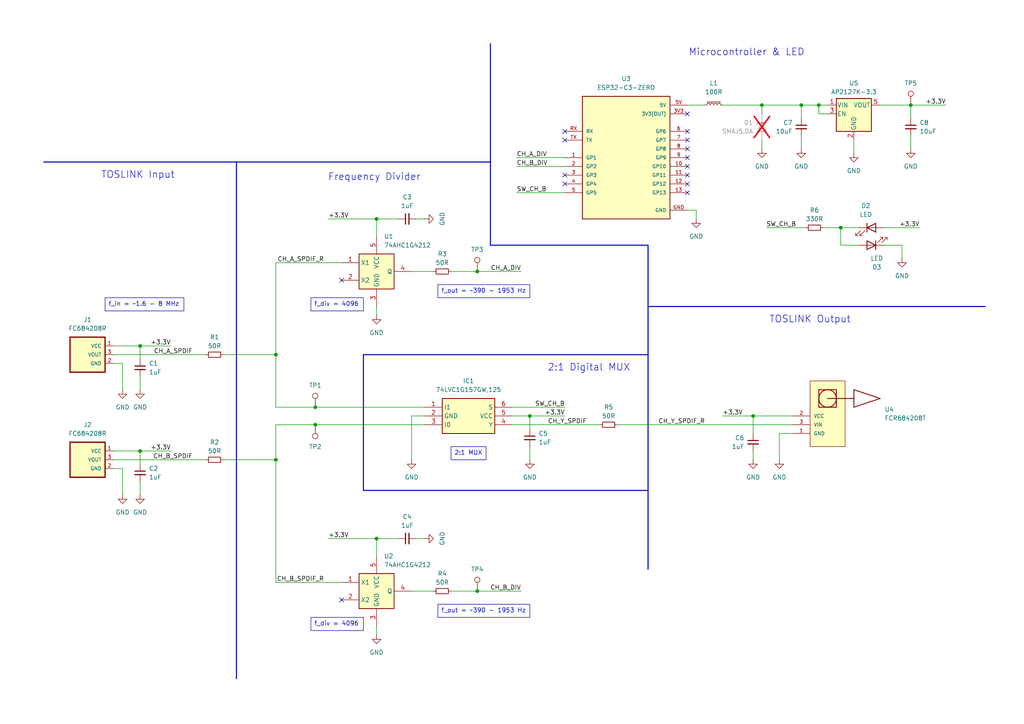
<source format=kicad_sch>
(kicad_sch (version 20250114) (generator "eeschema") (generator_version "9.0")
  (paper "A4")
  (title_block (title "ESP32 TOSLINK 2:1 Auto Switcher") (date "2025-12-28") (rev "1") (comment 4 "github.com/uELKO"))
  (lib_symbols
    (symbol "74LVC1G157GW_125:74LVC1G157GW,125"
      (property "Reference" "IC" (at 21.59 7.62 0))
      (property "Value" "74LVC1G157GW,125" (at 21.59 5.08 0))
      (symbol "74LVC1G157GW,125_1_1"
        (rectangle (start 5.08 2.54) (end 20.32 -7.62) (stroke (width 0.254)) (fill (type background)))
        (pin passive line (at 0 0 0) (length 5.08) (name "I1") (number "1"))
        (pin passive line (at 0 -2.54 0) (length 5.08) (name "GND") (number "2"))
        (pin passive line (at 0 -5.08 0) (length 5.08) (name "I0") (number "3"))
        (pin passive line (at 25.4 0 180) (length 5.08) (name "S") (number "6"))
        (pin passive line (at 25.4 -2.54 180) (length 5.08) (name "VCC") (number "5"))
        (pin passive line (at 25.4 -5.08 180) (length 5.08) (name "Y") (number "4"))
      )
    )
    (symbol "74xGxx:74AHC1G4210"
      (property "Reference" "U" (at -3.81 6.35 0))
      (property "Value" "74AHC1G4210" (at 7.62 6.35 0))
      (symbol "74AHC1G4210_0_1"
        (rectangle (start -5.08 5.08) (end 5.08 -5.08) (stroke (width 0.254)) (fill (type background)))
      )
      (symbol "74AHC1G4210_1_1"
        (pin input line (at -10.16 2.54 0) (length 5.08) (name "X1") (number "1"))
        (pin input line (at -10.16 -2.54 0) (length 5.08) (name "X2") (number "2"))
        (pin power_in line (at 0 10.16 270) (length 5.08) (name "VCC") (number "5"))
        (pin power_in line (at 0 -10.16 90) (length 5.08) (name "GND") (number "3"))
        (pin output line (at 10.16 0 180) (length 5.08) (name "Q") (number "4"))
      )
    )
    (symbol "Connector:TestPoint" (pin_numbers (hide yes)) (pin_names (offset 0.762) (hide yes))
      (property "Reference" "TP" (at 0 6.858 0))
      (property "Value" "TestPoint" (at 0 5.08 0))
      (symbol "TestPoint_0_1"
        (circle (center 0 3.302) (radius 0.762))
      )
      (symbol "TestPoint_1_1"
        (pin passive line (at 0 0 90) (length 2.54) (name "1") (number "1"))
      )
    )
    (symbol "Device:C_Small" (pin_numbers (hide yes)) (pin_names (offset 0.254) (hide yes))
      (property "Reference" "C" (at 0.254 1.778 0))
      (property "Value" "C_Small" (at 0.254 -2.032 0))
      (symbol "C_Small_0_1"
        (polyline (pts (xy -1.524 0.508) (xy 1.524 0.508)) (stroke (width 0.3048)))
        (polyline (pts (xy -1.524 -0.508) (xy 1.524 -0.508)) (stroke (width 0.3302)))
      )
      (symbol "C_Small_1_1"
        (pin passive line (at 0 2.54 270) (length 2.032) (name "~") (number "1"))
        (pin passive line (at 0 -2.54 90) (length 2.032) (name "~") (number "2"))
      )
    )
    (symbol "Device:LED" (pin_numbers (hide yes)) (pin_names (offset 1.016) (hide yes))
      (property "Reference" "D" (at 0 2.54 0))
      (property "Value" "LED" (at 0 -2.54 0))
      (symbol "LED_0_1"
        (polyline (pts (xy -3.048 -0.762) (xy -4.572 -2.286) (xy -3.81 -2.286) (xy -4.572 -2.286) (xy -4.572 -1.524)))
        (polyline (pts (xy -1.778 -0.762) (xy -3.302 -2.286) (xy -2.54 -2.286) (xy -3.302 -2.286) (xy -3.302 -1.524)))
        (polyline (pts (xy -1.27 0) (xy 1.27 0)))
        (polyline (pts (xy -1.27 -1.27) (xy -1.27 1.27)) (stroke (width 0.254)))
        (polyline (pts (xy 1.27 -1.27) (xy 1.27 1.27) (xy -1.27 0) (xy 1.27 -1.27)) (stroke (width 0.254)))
      )
      (symbol "LED_1_1"
        (pin passive line (at -3.81 0 0) (length 2.54) (name "K") (number "1"))
        (pin passive line (at 3.81 0 180) (length 2.54) (name "A") (number "2"))
      )
    )
    (symbol "Device:L_Ferrite_Small" (pin_numbers (hide yes)) (pin_names (offset 0.254) (hide yes))
      (property "Reference" "L" (at 1.27 1.016 0))
      (property "Value" "L_Ferrite_Small" (at 1.27 -1.27 0))
      (symbol "L_Ferrite_Small_0_1"
        (arc (start 0 2.032) (mid 0.5058 1.524) (end 0 1.016))
        (arc (start 0 1.016) (mid 0.5058 0.508) (end 0 0))
        (arc (start 0 0) (mid 0.5058 -0.508) (end 0 -1.016))
        (arc (start 0 -1.016) (mid 0.5058 -1.524) (end 0 -2.032))
        (polyline (pts (xy 0.762 1.651) (xy 0.762 1.905)))
        (polyline (pts (xy 0.762 1.143) (xy 0.762 1.397)))
        (polyline (pts (xy 0.762 0.635) (xy 0.762 0.889)))
        (polyline (pts (xy 0.762 0.127) (xy 0.762 0.381)))
        (polyline (pts (xy 0.762 -0.381) (xy 0.762 -0.127)))
        (polyline (pts (xy 0.762 -0.889) (xy 0.762 -0.635)))
        (polyline (pts (xy 0.762 -1.397) (xy 0.762 -1.143)))
        (polyline (pts (xy 0.762 -1.905) (xy 0.762 -1.651)))
        (polyline (pts (xy 1.016 1.905) (xy 1.016 1.651)))
        (polyline (pts (xy 1.016 1.397) (xy 1.016 1.143)))
        (polyline (pts (xy 1.016 0.889) (xy 1.016 0.635)))
        (polyline (pts (xy 1.016 0.381) (xy 1.016 0.127)))
        (polyline (pts (xy 1.016 -0.127) (xy 1.016 -0.381)))
        (polyline (pts (xy 1.016 -0.635) (xy 1.016 -0.889)))
        (polyline (pts (xy 1.016 -1.143) (xy 1.016 -1.397)))
        (polyline (pts (xy 1.016 -1.651) (xy 1.016 -1.905)))
      )
      (symbol "L_Ferrite_Small_1_1"
        (pin passive line (at 0 2.54 270) (length 0.508) (name "~") (number "1"))
        (pin passive line (at 0 -2.54 90) (length 0.508) (name "~") (number "2"))
      )
    )
    (symbol "Device:R_Small" (pin_numbers (hide yes)) (pin_names (offset 0.254) (hide yes))
      (property "Reference" "R" (at 0 0 90))
      (property "Value" "R_Small" (at 1.778 0 90))
      (symbol "R_Small_0_1"
        (rectangle (start -0.762 1.778) (end 0.762 -1.778) (stroke (width 0.2032)))
      )
      (symbol "R_Small_1_1"
        (pin passive line (at 0 2.54 270) (length 0.762) (name "~") (number "1"))
        (pin passive line (at 0 -2.54 90) (length 0.762) (name "~") (number "2"))
      )
    )
    (symbol "Diode:SMAJ5.0A" (pin_numbers (hide yes)) (pin_names (offset 1.016) (hide yes))
      (property "Reference" "D" (at 0 2.54 0))
      (property "Value" "SMAJ5.0A" (at 0 -2.54 0))
      (symbol "SMAJ5.0A_0_1"
        (polyline (pts (xy -0.762 1.27) (xy -1.27 1.27) (xy -1.27 -1.27)) (stroke (width 0.254)))
        (polyline (pts (xy 1.27 1.27) (xy 1.27 -1.27) (xy -1.27 0) (xy 1.27 1.27)) (stroke (width 0.254)))
      )
      (symbol "SMAJ5.0A_1_1"
        (pin passive line (at -3.81 0 0) (length 2.54) (name "A1") (number "1"))
        (pin passive line (at 3.81 0 180) (length 2.54) (name "A2") (number "2"))
      )
    )
    (symbol "ESP32-S3-ZERO:ESP32-C3-ZERO" (pin_names (offset 1.016))
      (property "Reference" "U" (at -12.7 18.542 0))
      (property "Value" "ESP32-C3-ZERO" (at -12.7 -20.32 0))
      (symbol "ESP32-C3-ZERO_0_0"
        (rectangle (start -12.7 -17.78) (end 12.7 17.78) (stroke (width 0.254)) (fill (type background)))
        (pin input line (at -17.78 7.62 0) (length 5.08) (name "RX") (number "RX"))
        (pin output line (at -17.78 5.08 0) (length 5.08) (name "TX") (number "TX"))
        (pin bidirectional line (at -17.78 0 0) (length 5.08) (name "GP1") (number "1"))
        (pin bidirectional line (at -17.78 -2.54 0) (length 5.08) (name "GP2") (number "2"))
        (pin bidirectional line (at -17.78 -5.08 0) (length 5.08) (name "GP3") (number "3"))
        (pin bidirectional line (at -17.78 -7.62 0) (length 5.08) (name "GP4") (number "4"))
        (pin bidirectional line (at -17.78 -10.16 0) (length 5.08) (name "GP5") (number "5"))
        (pin power_in line (at 17.78 15.24 180) (length 5.08) (name "5V") (number "5V"))
        (pin power_in line (at 17.78 12.7 180) (length 5.08) (name "3V3(OUT)") (number "3V3"))
        (pin bidirectional line (at 17.78 7.62 180) (length 5.08) (name "GP6") (number "6"))
        (pin bidirectional line (at 17.78 5.08 180) (length 5.08) (name "GP7") (number "7"))
        (pin bidirectional line (at 17.78 2.54 180) (length 5.08) (name "GP8") (number "8"))
        (pin bidirectional line (at 17.78 0 180) (length 5.08) (name "GP9") (number "9"))
        (pin bidirectional line (at 17.78 -2.54 180) (length 5.08) (name "GP10") (number "10"))
        (pin bidirectional line (at 17.78 -5.08 180) (length 5.08) (name "GP11") (number "11"))
        (pin bidirectional line (at 17.78 -7.62 180) (length 5.08) (name "GP12") (number "12"))
        (pin bidirectional line (at 17.78 -10.16 180) (length 5.08) (name "GP13") (number "13"))
        (pin power_in line (at 17.78 -15.24 180) (length 5.08) (name "GND") (number "GND"))
      )
    )
    (symbol "FC684208R:FC684208R" (pin_names (offset 1.016))
      (property "Reference" "J" (at -5.08 5.842 0))
      (property "Value" "FC684208R" (at -5.08 -7.62 0))
      (symbol "FC684208R_0_0"
        (rectangle (start -5.08 -5.08) (end 5.08 5.08) (stroke (width 0.4064)) (fill (type background)))
        (pin power_in line (at 7.62 2.54 180) (length 2.54) (name "VCC") (number "1"))
        (pin output line (at 7.62 0 180) (length 2.54) (name "VOUT") (number "3"))
        (pin power_in line (at 7.62 -2.54 180) (length 2.54) (name "GND") (number "2"))
      )
    )
    (symbol "FCR684208T:FCR684208T" (pin_names (offset 1.016))
      (property "Reference" "U" (at 0 -15.24 0))
      (property "Value" "FCR684208T" (at 0 0 0))
      (symbol "FCR684208T_0_0"
        (polyline (pts (xy -2.54 2.54) (xy 2.54 2.54)) (stroke (width 0.254)))
        (polyline (pts (xy -2.54 -2.54) (xy -2.54 2.54)) (stroke (width 0.254)))
        (polyline (pts (xy 0 0) (xy 7.62 0)) (stroke (width 0.254)))
        (circle (center 0 0) (radius 2.54) (stroke (width 0.254)))
        (polyline (pts (xy 2.54 2.54) (xy 2.54 -2.54)) (stroke (width 0.254)))
        (polyline (pts (xy 2.54 -2.54) (xy -2.54 -2.54)) (stroke (width 0.254)))
        (polyline (pts (xy 7.62 2.54) (xy 15.24 0)) (stroke (width 0.254)))
        (polyline (pts (xy 7.62 0) (xy 7.62 2.54)) (stroke (width 0.254)))
        (polyline (pts (xy 7.62 -2.54) (xy 7.62 0)) (stroke (width 0.254)))
        (polyline (pts (xy 15.24 0) (xy 7.62 -2.54)) (stroke (width 0.254)))
        (pin bidirectional line (at -10.16 -5.08 0) (length 5.08) (name "VCC") (number "2"))
        (pin bidirectional line (at -10.16 -7.62 0) (length 5.08) (name "VIN") (number "3"))
        (pin bidirectional line (at -10.16 -10.16 0) (length 5.08) (name "GND") (number "1"))
        (pin bidirectional line (at -10.16 -10.16 0) (length 5.08) (hide yes) (name "GND") (number "MP1"))
        (pin bidirectional line (at -10.16 -10.16 0) (length 5.08) (hide yes) (name "GND") (number "MP2"))
      )
      (symbol "FCR684208T_1_0"
        (rectangle (start -5.08 5.08) (end 5.08 -13.97) (fill (type background)))
      )
    )
    (symbol "Regulator_Linear:AP2127K-3.3" (pin_names (offset 0.254))
      (property "Reference" "U" (at -5.08 5.715 0))
      (property "Value" "AP2127K-3.3" (at 0 5.715 0))
      (symbol "AP2127K-3.3_0_1"
        (rectangle (start -5.08 4.445) (end 5.08 -5.08) (stroke (width 0.254)) (fill (type background)))
      )
      (symbol "AP2127K-3.3_1_1"
        (pin power_in line (at -7.62 2.54 0) (length 2.54) (name "VIN") (number "1"))
        (pin input line (at -7.62 0 0) (length 2.54) (name "EN") (number "3"))
        (pin power_in line (at 0 -7.62 90) (length 2.54) (name "GND") (number "2"))
        (pin no_connect line (at 5.08 0 180) (length 2.54) (hide yes) (name "NC") (number "4"))
        (pin power_out line (at 7.62 2.54 180) (length 2.54) (name "VOUT") (number "5"))
      )
    )
    (symbol "power:GND" (power) (pin_numbers (hide yes)) (pin_names (offset 0) (hide yes))
      (property "Value" "GND" (at 0 -3.81 0))
      (symbol "GND_0_1"
        (polyline (pts (xy 0 0) (xy 0 -1.27) (xy 1.27 -1.27) (xy 0 -2.54) (xy -1.27 -1.27) (xy 0 -1.27)))
      )
      (symbol "GND_1_1"
        (pin power_in line (at 0 0 270) (length 0) (name "~") (number "1"))
      )
    )
  )
  (text "2:1 Digital MUX" (at 170.815 106.68 0) (effects (font (size 2 2))))
  (text "Frequency Divider" (at 108.585 51.435 0) (effects (font (size 2 2))))
  (text "TOSLINK Output" (at 234.95 92.71 0) (effects (font (size 2 2))))
  (text "Microcontroller & LED" (at 216.535 15.24 0) (effects (font (size 2 2))))
  (text "TOSLINK Input" (at 40.005 50.8 0) (effects (font (size 2 2))))
  (text_box "f_div = 4096" (at 90.17 179.07 0) (size 15.24 3.81) (margins 0.9525 0.9525 0.9525 0.9525) (effects (font (size 1.27 1.27)) (justify left top)))
  (text_box "f_out = ~390 - 1953 Hz" (at 127 175.26 0) (size 26.67 3.81) (margins 0.9525 0.9525 0.9525 0.9525) (effects (font (size 1.27 1.27)) (justify left top)))
  (text_box "f_div = 4096" (at 90.17 86.36 0) (size 15.24 3.81) (margins 0.9525 0.9525 0.9525 0.9525) (effects (font (size 1.27 1.27)) (justify left top)))
  (text_box "2:1 MUX" (at 130.81 129.54 0) (size 10.16 3.81) (margins 0.9525 0.9525 0.9525 0.9525) (effects (font (size 1.27 1.27)) (justify left top)))
  (text_box "f_out = ~390 - 1953 Hz" (at 127 82.55 0) (size 26.67 3.81) (margins 0.9525 0.9525 0.9525 0.9525) (effects (font (size 1.27 1.27)) (justify left top)))
  (text_box "f_in = ~1.6 - 8 MHz" (at 30.48 86.36 0) (size 22.86 3.81) (margins 0.9525 0.9525 0.9525 0.9525) (effects (font (size 1.27 1.27)) (justify left top)))
  (junction (at 220.98 30.48))
  (junction (at 138.43 171.45))
  (junction (at 243.84 66.04))
  (junction (at 80.01 102.87))
  (junction (at 218.44 120.65))
  (junction (at 232.41 30.48))
  (junction (at 91.44 123.19))
  (junction (at 40.64 130.81))
  (junction (at 109.22 156.21))
  (junction (at 264.16 30.48))
  (junction (at 40.64 100.33))
  (junction (at 109.22 63.5))
  (junction (at 80.01 133.35))
  (junction (at 153.67 120.65))
  (junction (at 138.43 78.74))
  (junction (at 91.44 118.11))
  (junction (at 237.49 30.48))
  (no_connect (at 199.39 53.34))
  (no_connect (at 99.06 81.28))
  (no_connect (at 163.83 38.1))
  (no_connect (at 199.39 45.72))
  (no_connect (at 199.39 38.1))
  (no_connect (at 199.39 50.8))
  (no_connect (at 199.39 55.88))
  (no_connect (at 163.83 50.8))
  (no_connect (at 163.83 53.34))
  (no_connect (at 99.06 173.99))
  (no_connect (at 199.39 43.18))
  (no_connect (at 199.39 33.02))
  (no_connect (at 163.83 40.64))
  (no_connect (at 199.39 48.26))
  (no_connect (at 199.39 40.64))
  (wire (pts (xy 261.62 71.12) (xy 261.62 74.93)))
  (wire (pts (xy 238.76 66.04) (xy 243.84 66.04)))
  (wire (pts (xy 149.86 48.26) (xy 163.83 48.26)))
  (wire (pts (xy 218.44 120.65) (xy 218.44 125.73)))
  (wire (pts (xy 91.44 123.19) (xy 123.19 123.19)))
  (wire (pts (xy 264.16 30.48) (xy 274.32 30.48)))
  (wire (pts (xy 261.62 71.12) (xy 256.54 71.12)))
  (wire (pts (xy 148.59 120.65) (xy 153.67 120.65)))
  (wire (pts (xy 247.65 40.64) (xy 247.65 44.45)))
  (wire (pts (xy 153.67 129.54) (xy 153.67 133.35)))
  (wire (pts (xy 109.22 156.21) (xy 115.57 156.21)))
  (wire (pts (xy 163.83 55.88) (xy 149.86 55.88)))
  (wire (pts (xy 119.38 133.35) (xy 119.38 120.65)))
  (wire (pts (xy 264.16 39.37) (xy 264.16 43.18)))
  (wire (pts (xy 209.55 30.48) (xy 220.98 30.48)))
  (wire (pts (xy 199.39 60.96) (xy 201.93 60.96)))
  (wire (pts (xy 40.64 109.22) (xy 40.64 113.03)))
  (wire (pts (xy 80.01 123.19) (xy 80.01 133.35)))
  (wire (pts (xy 226.06 133.35) (xy 226.06 125.73)))
  (wire (pts (xy 237.49 33.02) (xy 240.03 33.02)))
  (wire (pts (xy 153.67 120.65) (xy 163.83 120.65)))
  (wire (pts (xy 130.81 78.74) (xy 138.43 78.74)))
  (wire (pts (xy 33.02 100.33) (xy 40.64 100.33)))
  (wire (pts (xy 218.44 130.81) (xy 218.44 133.35)))
  (wire (pts (xy 232.41 30.48) (xy 232.41 34.29)))
  (polyline (pts (xy 187.96 71.12) (xy 187.96 88.9)) (stroke (width 0.3) (type solid)))
  (polyline (pts (xy 142.24 12.7) (xy 142.24 71.12)) (stroke (width 0.3) (type solid)))
  (wire (pts (xy 80.01 118.11) (xy 80.01 102.87)))
  (wire (pts (xy 226.06 125.73) (xy 229.87 125.73)))
  (polyline (pts (xy 142.24 71.12) (xy 187.96 71.12)) (stroke (width 0.3) (type solid)))
  (wire (pts (xy 40.64 139.7) (xy 40.64 143.51)))
  (wire (pts (xy 35.56 105.41) (xy 35.56 113.03)))
  (wire (pts (xy 80.01 118.11) (xy 91.44 118.11)))
  (wire (pts (xy 40.64 100.33) (xy 49.53 100.33)))
  (wire (pts (xy 148.59 123.19) (xy 173.99 123.19)))
  (wire (pts (xy 109.22 156.21) (xy 109.22 161.29)))
  (wire (pts (xy 256.54 66.04) (xy 266.7 66.04)))
  (wire (pts (xy 179.07 123.19) (xy 229.87 123.19)))
  (wire (pts (xy 120.65 63.5) (xy 123.19 63.5)))
  (wire (pts (xy 201.93 63.5) (xy 201.93 60.96)))
  (wire (pts (xy 237.49 33.02) (xy 237.49 30.48)))
  (wire (pts (xy 109.22 63.5) (xy 109.22 68.58)))
  (wire (pts (xy 120.65 156.21) (xy 123.19 156.21)))
  (wire (pts (xy 109.22 63.5) (xy 95.25 63.5)))
  (wire (pts (xy 64.77 133.35) (xy 80.01 133.35)))
  (wire (pts (xy 248.92 66.04) (xy 243.84 66.04)))
  (wire (pts (xy 119.38 78.74) (xy 125.73 78.74)))
  (wire (pts (xy 119.38 120.65) (xy 123.19 120.65)))
  (wire (pts (xy 125.73 171.45) (xy 119.38 171.45)))
  (wire (pts (xy 220.98 40.64) (xy 220.98 43.18)))
  (wire (pts (xy 109.22 156.21) (xy 95.25 156.21)))
  (wire (pts (xy 40.64 130.81) (xy 49.53 130.81)))
  (polyline (pts (xy 68.58 46.99) (xy 142.24 46.99)) (stroke (width 0.3) (type solid)))
  (wire (pts (xy 148.59 118.11) (xy 163.83 118.11)))
  (wire (pts (xy 64.77 102.87) (xy 80.01 102.87)))
  (wire (pts (xy 237.49 30.48) (xy 240.03 30.48)))
  (wire (pts (xy 109.22 63.5) (xy 115.57 63.5)))
  (polyline (pts (xy 105.41 102.87) (xy 187.96 102.87)) (stroke (width 0.3) (type solid)))
  (polyline (pts (xy 68.58 46.99) (xy 68.58 196.85)) (stroke (width 0.3) (type solid)))
  (wire (pts (xy 153.67 120.65) (xy 153.67 124.46)))
  (wire (pts (xy 264.16 30.48) (xy 264.16 34.29)))
  (wire (pts (xy 40.64 130.81) (xy 40.64 134.62)))
  (wire (pts (xy 138.43 78.74) (xy 151.13 78.74)))
  (wire (pts (xy 80.01 168.91) (xy 99.06 168.91)))
  (polyline (pts (xy 12.7 46.99) (xy 68.58 46.99)) (stroke (width 0.3) (type solid)))
  (wire (pts (xy 220.98 30.48) (xy 232.41 30.48)))
  (wire (pts (xy 80.01 168.91) (xy 80.01 133.35)))
  (wire (pts (xy 209.55 120.65) (xy 218.44 120.65)))
  (wire (pts (xy 91.44 118.11) (xy 123.19 118.11)))
  (wire (pts (xy 80.01 123.19) (xy 91.44 123.19)))
  (polyline (pts (xy 105.41 142.24) (xy 105.41 102.87)) (stroke (width 0.3) (type solid)))
  (wire (pts (xy 33.02 130.81) (xy 40.64 130.81)))
  (wire (pts (xy 255.27 30.48) (xy 264.16 30.48)))
  (wire (pts (xy 40.64 100.33) (xy 40.64 104.14)))
  (polyline (pts (xy 187.96 88.9) (xy 285.75 88.9)) (stroke (width 0.3) (type solid)))
  (wire (pts (xy 222.25 66.04) (xy 233.68 66.04)))
  (wire (pts (xy 33.02 133.35) (xy 59.69 133.35)))
  (wire (pts (xy 80.01 76.2) (xy 80.01 102.87)))
  (wire (pts (xy 218.44 120.65) (xy 229.87 120.65)))
  (wire (pts (xy 243.84 66.04) (xy 243.84 71.12)))
  (wire (pts (xy 35.56 105.41) (xy 33.02 105.41)))
  (wire (pts (xy 109.22 184.15) (xy 109.22 181.61)))
  (wire (pts (xy 220.98 30.48) (xy 220.98 33.02)))
  (wire (pts (xy 80.01 76.2) (xy 99.06 76.2)))
  (wire (pts (xy 149.86 45.72) (xy 163.83 45.72)))
  (wire (pts (xy 138.43 171.45) (xy 151.13 171.45)))
  (wire (pts (xy 243.84 71.12) (xy 248.92 71.12)))
  (wire (pts (xy 35.56 143.51) (xy 35.56 135.89)))
  (wire (pts (xy 199.39 30.48) (xy 204.47 30.48)))
  (wire (pts (xy 232.41 39.37) (xy 232.41 43.18)))
  (wire (pts (xy 35.56 135.89) (xy 33.02 135.89)))
  (wire (pts (xy 130.81 171.45) (xy 138.43 171.45)))
  (wire (pts (xy 33.02 102.87) (xy 59.69 102.87)))
  (wire (pts (xy 109.22 91.44) (xy 109.22 88.9)))
  (polyline (pts (xy 187.96 142.24) (xy 105.41 142.24)) (stroke (width 0.3) (type solid)))
  (polyline (pts (xy 187.96 88.9) (xy 187.96 165.1)) (stroke (width 0.3) (type solid)))
  (wire (pts (xy 232.41 30.48) (xy 237.49 30.48)))
  (label "CH_Y_SPDIF" (at 170.18 123.19 180))
  (label "CH_B_DIV" (at 149.86 48.26 0))
  (label "+3.3V" (at 266.7 66.04 180))
  (label "CH_B_SPDIF" (at 55.88 133.35 180))
  (label "CH_Y_SPDIF_R" (at 204.47 123.19 180))
  (label "SW_CH_B" (at 149.86 55.88 0))
  (label "+3.3V" (at 274.32 30.48 180))
  (label "CH_A_DIV" (at 151.13 78.74 180))
  (label "CH_B_DIV" (at 151.13 171.45 180))
  (label "+3.3V" (at 95.25 63.5 0))
  (label "+3.3V" (at 209.55 120.65 0))
  (label "+3.3V" (at 49.53 100.33 180))
  (label "CH_A_DIV" (at 149.86 45.72 0))
  (label "CH_B_SPDIF_R" (at 93.98 168.91 180))
  (label "CH_A_SPDIF_R" (at 93.98 76.2 180))
  (label "+3.3V" (at 163.83 120.65 180))
  (label "+3.3V" (at 95.25 156.21 0))
  (label "+3.3V" (at 49.53 130.81 180))
  (label "SW_CH_B" (at 222.25 66.04 0))
  (label "SW_CH_B" (at 163.83 118.11 180))
  (label "CH_A_SPDIF" (at 55.88 102.87 180))
  (symbol (lib_id "power:GND") (at 226.06 133.35 0) (mirror y) (unit 1)
    (property "Reference" "#PWR014" (effects (hide yes)))
    (property "Value" "GND" (at 226.06 138.43 0))
    (property "Description" "Power symbol creates a global label with name \"GND\" , ground" (effects (hide yes)))
  )
  (symbol (lib_id "Connector:TestPoint") (at 138.43 171.45 0) (unit 1)
    (property "Reference" "TP4" (at 138.43 165.1 0))
    (property "Value" "TestPoint" (effects (hide yes)))
    (property "Footprint" "TestPoint:TestPoint_Pad_D1.0mm" (effects (hide yes)))
    (property "Description" "test point" (effects (hide yes)))
  )
  (symbol (lib_id "power:GND") (at 35.56 113.03 0) (unit 1)
    (property "Reference" "#PWR01" (effects (hide yes)))
    (property "Value" "GND" (at 35.56 118.11 0))
    (property "Description" "Power symbol creates a global label with name \"GND\" , ground" (effects (hide yes)))
  )
  (symbol (lib_id "Device:C_Small") (at 40.64 106.68 0) (unit 1)
    (property "Reference" "C1" (at 43.18 105.4162 0) (effects (justify left)))
    (property "Value" "1uF" (at 43.18 107.9562 0) (effects (justify left)))
    (property "Footprint" "Capacitor_SMD:C_0805_2012Metric" (effects (hide yes)))
    (property "Description" "Unpolarized capacitor, small symbol" (effects (hide yes)))
  )
  (symbol (lib_id "Device:R_Small") (at 176.53 123.19 90) (unit 1)
    (property "Reference" "R5" (at 176.53 118.11 90))
    (property "Value" "50R" (at 176.53 120.65 90))
    (property "Footprint" "Resistor_SMD:R_0805_2012Metric" (effects (hide yes)))
    (property "Description" "Resistor, small symbol" (effects (hide yes)))
  )
  (symbol (lib_id "Device:R_Small") (at 128.27 78.74 90) (unit 1)
    (property "Reference" "R3" (at 128.27 73.66 90))
    (property "Value" "50R" (at 128.27 76.2 90))
    (property "Footprint" "Resistor_SMD:R_0805_2012Metric" (effects (hide yes)))
    (property "Description" "Resistor, small symbol" (effects (hide yes)))
  )
  (symbol (lib_id "74xGxx:74AHC1G4210") (at 109.22 78.74 0) (unit 1)
    (property "Reference" "U1" (at 111.3633 68.58 0) (effects (justify left)))
    (property "Value" "74AHC1G4212" (at 111.3633 71.12 0) (effects (justify left)))
    (property "Footprint" "Package_TO_SOT_SMD:SOT-353_SC-70-5" (effects (hide yes)))
    (property "Datasheet" "https://assets.nexperia.com/documents/data-sheet/74AHC1G4210.pdf" (effects (hide yes)))
    (property "Description" "10-stage divider and oscillator, SOT353-1" (effects (hide yes)))
  )
  (symbol (lib_id "Device:C_Small") (at 264.16 36.83 0) (unit 1)
    (property "Reference" "C8" (at 266.7 35.5662 0) (effects (justify left)))
    (property "Value" "10uF" (at 266.7 38.1062 0) (effects (justify left)))
    (property "Footprint" "Capacitor_SMD:C_0805_2012Metric" (effects (hide yes)))
    (property "Description" "Unpolarized capacitor, small symbol" (effects (hide yes)))
  )
  (symbol (lib_id "power:GND") (at 123.19 63.5 90) (mirror x) (unit 1)
    (property "Reference" "#PWR08" (effects (hide yes)))
    (property "Value" "GND" (at 128.27 63.5 0))
    (property "Description" "Power symbol creates a global label with name \"GND\" , ground" (effects (hide yes)))
  )
  (symbol (lib_id "power:GND") (at 232.41 43.18 0) (mirror y) (unit 1)
    (property "Reference" "#PWR015" (effects (hide yes)))
    (property "Value" "GND" (at 232.41 48.26 0))
    (property "Description" "Power symbol creates a global label with name \"GND\" , ground" (effects (hide yes)))
  )
  (symbol (lib_id "Connector:TestPoint") (at 264.16 30.48 0) (unit 1)
    (property "Reference" "TP5" (at 264.16 24.13 0))
    (property "Value" "TestPoint" (effects (hide yes)))
    (property "Footprint" "TestPoint:TestPoint_Pad_D1.0mm" (effects (hide yes)))
    (property "Description" "test point" (effects (hide yes)))
  )
  (symbol (lib_id "Device:C_Small") (at 118.11 156.21 90) (mirror x) (unit 1)
    (property "Reference" "C4" (at 118.1163 149.86 90))
    (property "Value" "1uF" (at 118.1163 152.4 90))
    (property "Footprint" "Capacitor_SMD:C_0805_2012Metric" (effects (hide yes)))
    (property "Description" "Unpolarized capacitor, small symbol" (effects (hide yes)))
  )
  (symbol (lib_id "ESP32-S3-ZERO:ESP32-C3-ZERO") (at 181.61 45.72 0) (unit 1)
    (property "Reference" "U3" (at 181.61 22.86 0))
    (property "Value" "ESP32-C3-ZERO" (at 181.61 25.4 0))
    (property "Footprint" "footprints:MODULE_ESP32-C3-ZERO" (effects (hide yes)))
    (property "MF" "Waveshare Electronics" (effects (hide yes)))
    (property "MAXIMUM_PACKAGE_HEIGHT" "4.35mm" (effects (hide yes)))
    (property "CREATOR" "ANA" (effects (hide yes)))
    (property "Price" "None" (effects (hide yes)))
    (property "Package" "None" (effects (hide yes)))
    (property "Check_prices" "https://www.snapeda.com/parts/ESP32-S3-Zero/Waveshare+Electronics/view-part/?ref=eda" (effects (hide yes)))
    (property "STANDARD" "Manufacturer Recommendations" (effects (hide yes)))
    (property "PARTREV" "NA" (effects (hide yes)))
    (property "VERIFIER" "RODRIGO" (effects (hide yes)))
    (property "SnapEDA_Link" "https://www.snapeda.com/parts/ESP32-S3-Zero/Waveshare+Electronics/view-part/?ref=snap" (effects (hide yes)))
    (property "MP" "ESP32-S3-Zero" (effects (hide yes)))
    (property "Description_1" "ESP32-S3 Mini Development Board, Based on ESP32-S3FH4R2 Dual-Core Processor, 240MHz Running Frequency, 2.4GHz Wi-Fi & Bluetooth 5" (effects (hide yes)))
    (property "Availability" "Not in stock" (effects (hide yes)))
    (property "MANUFACTURER" "Waveshare" (effects (hide yes)))
  )
  (symbol (lib_id "Device:R_Small") (at 62.23 102.87 90) (unit 1)
    (property "Reference" "R1" (at 62.23 97.79 90))
    (property "Value" "50R" (at 62.23 100.33 90))
    (property "Footprint" "Resistor_SMD:R_0805_2012Metric" (effects (hide yes)))
    (property "Description" "Resistor, small symbol" (effects (hide yes)))
  )
  (symbol (lib_id "power:GND") (at 218.44 133.35 0) (mirror y) (unit 1)
    (property "Reference" "#PWR012" (effects (hide yes)))
    (property "Value" "GND" (at 218.44 138.43 0))
    (property "Description" "Power symbol creates a global label with name \"GND\" , ground" (effects (hide yes)))
  )
  (symbol (lib_id "74xGxx:74AHC1G4210") (at 109.22 171.45 0) (unit 1)
    (property "Reference" "U2" (at 111.3633 161.29 0) (effects (justify left)))
    (property "Value" "74AHC1G4212" (at 111.3633 163.83 0) (effects (justify left)))
    (property "Footprint" "Package_TO_SOT_SMD:SOT-353_SC-70-5" (effects (hide yes)))
    (property "Datasheet" "https://assets.nexperia.com/documents/data-sheet/74AHC1G4210.pdf" (effects (hide yes)))
    (property "Description" "10-stage divider and oscillator, SOT353-1" (effects (hide yes)))
  )
  (symbol (lib_id "Device:R_Small") (at 236.22 66.04 90) (unit 1)
    (property "Reference" "R6" (at 236.22 60.96 90))
    (property "Value" "330R" (at 236.22 63.5 90))
    (property "Footprint" "Resistor_SMD:R_0805_2012Metric" (effects (hide yes)))
    (property "Description" "Resistor, small symbol" (effects (hide yes)))
  )
  (symbol (lib_id "power:GND") (at 123.19 156.21 90) (mirror x) (unit 1)
    (property "Reference" "#PWR09" (effects (hide yes)))
    (property "Value" "GND" (at 128.27 156.21 0))
    (property "Description" "Power symbol creates a global label with name \"GND\" , ground" (effects (hide yes)))
  )
  (symbol (lib_id "FC684208R:FC684208R") (at 25.4 133.35 0) (unit 1)
    (property "Reference" "J2" (at 25.4 123.19 0))
    (property "Value" "FC684208R" (at 25.4 125.73 0))
    (property "Footprint" "footprints:ORJ-8" (effects (hide yes)))
    (property "MF" "RS Pro" (effects (hide yes)))
    (property "Description_1" "RS PRO, Jack Fibre Optic Connector, Toslink" (effects (hide yes)))
    (property "Package" "None" (effects (hide yes)))
    (property "Price" "None" (effects (hide yes)))
    (property "SnapEDA_Link" "https://www.snapeda.com/parts/FC684208R/RS+Pro/view-part/?ref=snap" (effects (hide yes)))
    (property "MP" "FC684208R" (effects (hide yes)))
    (property "Availability" "Not in stock" (effects (hide yes)))
    (property "Check_prices" "https://www.snapeda.com/parts/FC684208R/RS+Pro/view-part/?ref=eda" (effects (hide yes)))
  )
  (symbol (lib_id "Device:R_Small") (at 62.23 133.35 90) (unit 1)
    (property "Reference" "R2" (at 62.23 128.27 90))
    (property "Value" "50R" (at 62.23 130.81 90))
    (property "Footprint" "Resistor_SMD:R_0805_2012Metric" (effects (hide yes)))
    (property "Description" "Resistor, small symbol" (effects (hide yes)))
  )
  (symbol (lib_id "Device:C_Small") (at 153.67 127 0) (unit 1)
    (property "Reference" "C5" (at 156.21 125.7362 0) (effects (justify left)))
    (property "Value" "1uF" (at 156.21 128.2762 0) (effects (justify left)))
    (property "Footprint" "Capacitor_SMD:C_0805_2012Metric" (effects (hide yes)))
    (property "Description" "Unpolarized capacitor, small symbol" (effects (hide yes)))
  )
  (symbol (lib_id "Device:C_Small") (at 232.41 36.83 0) (mirror y) (unit 1)
    (property "Reference" "C7" (at 229.87 35.5662 0) (effects (justify left)))
    (property "Value" "10uF" (at 229.87 38.1062 0) (effects (justify left)))
    (property "Footprint" "Capacitor_SMD:C_0805_2012Metric" (effects (hide yes)))
    (property "Description" "Unpolarized capacitor, small symbol" (effects (hide yes)))
  )
  (symbol (lib_id "power:GND") (at 153.67 133.35 0) (unit 1)
    (property "Reference" "#PWR010" (effects (hide yes)))
    (property "Value" "GND" (at 153.67 138.43 0))
    (property "Description" "Power symbol creates a global label with name \"GND\" , ground" (effects (hide yes)))
  )
  (symbol (lib_id "power:GND") (at 119.38 133.35 0) (mirror y) (unit 1)
    (property "Reference" "#PWR07" (effects (hide yes)))
    (property "Value" "GND" (at 119.38 138.43 0))
    (property "Description" "Power symbol creates a global label with name \"GND\" , ground" (effects (hide yes)))
  )
  (symbol (lib_id "power:GND") (at 35.56 143.51 0) (unit 1)
    (property "Reference" "#PWR02" (effects (hide yes)))
    (property "Value" "GND" (at 35.56 148.59 0))
    (property "Description" "Power symbol creates a global label with name \"GND\" , ground" (effects (hide yes)))
  )
  (symbol (lib_id "Device:C_Small") (at 118.11 63.5 90) (mirror x) (unit 1)
    (property "Reference" "C3" (at 118.1163 57.15 90))
    (property "Value" "1uF" (at 118.1163 59.69 90))
    (property "Footprint" "Capacitor_SMD:C_0805_2012Metric" (effects (hide yes)))
    (property "Description" "Unpolarized capacitor, small symbol" (effects (hide yes)))
  )
  (symbol (lib_id "power:GND") (at 261.62 74.93 0) (mirror y) (unit 1)
    (property "Reference" "#PWR017" (effects (hide yes)))
    (property "Value" "GND" (at 261.62 80.01 0))
    (property "Description" "Power symbol creates a global label with name \"GND\" , ground" (effects (hide yes)))
  )
  (symbol (lib_id "Device:LED") (at 252.73 66.04 0) (unit 1)
    (property "Reference" "D2" (at 251.1425 59.69 0))
    (property "Value" "LED" (at 251.1425 62.23 0))
    (property "Footprint" "LED_SMD:LED_Kingbright_APA1606_1.6x0.6mm_Horizontal" (effects (hide yes)))
    (property "Description" "Light emitting diode" (effects (hide yes)))
    (property "Sim.Pins" "1=K 2=A" (effects (hide yes)))
  )
  (symbol (lib_id "Regulator_Linear:AP2127K-3.3") (at 247.65 33.02 0) (unit 1)
    (property "Reference" "U5" (at 247.65 24.13 0))
    (property "Value" "AP2127K-3.3" (at 247.65 26.67 0))
    (property "Footprint" "Package_TO_SOT_SMD:SOT-23-5" (effects (hide yes)))
    (property "Datasheet" "https://www.diodes.com/assets/Datasheets/AP2127.pdf" (effects (hide yes)))
    (property "Description" "300mA low dropout linear regulator, shutdown pin, 2.5V-6V input voltage, 3.3V fixed positive output, SOT-23-5" (effects (hide yes)))
  )
  (symbol (lib_id "power:GND") (at 264.16 43.18 0) (unit 1)
    (property "Reference" "#PWR018" (effects (hide yes)))
    (property "Value" "GND" (at 264.16 48.26 0))
    (property "Description" "Power symbol creates a global label with name \"GND\" , ground" (effects (hide yes)))
  )
  (symbol (lib_id "power:GND") (at 40.64 143.51 0) (unit 1)
    (property "Reference" "#PWR04" (effects (hide yes)))
    (property "Value" "GND" (at 40.64 148.59 0))
    (property "Description" "Power symbol creates a global label with name \"GND\" , ground" (effects (hide yes)))
  )
  (symbol (lib_id "power:GND") (at 201.93 63.5 0) (mirror y) (unit 1)
    (property "Reference" "#PWR011" (effects (hide yes)))
    (property "Value" "GND" (at 201.93 68.58 0))
    (property "Description" "Power symbol creates a global label with name \"GND\" , ground" (effects (hide yes)))
  )
  (symbol (lib_id "Diode:SMAJ5.0A") (at 220.98 36.83 90) (mirror x) (unit 1) (on_board no) (dnp yes)
    (property "Reference" "D1" (at 218.44 35.5599 90) (effects (justify left)))
    (property "Value" "SMAJ5.0A" (at 218.44 38.0999 90) (effects (justify left)))
    (property "Footprint" "Diode_SMD:D_SMA" (effects (hide yes)))
    (property "Datasheet" "https://www.littelfuse.com/media?resourcetype=datasheets&itemid=75e32973-b177-4ee3-a0ff-cedaf1abdb93&filename=smaj-datasheet" (effects (hide yes)))
    (property "Description" "400W unidirectional Transient Voltage Suppressor, 5.0Vr, SMA(DO-214AC)" (effects (hide yes)))
  )
  (symbol (lib_id "power:GND") (at 220.98 43.18 0) (mirror y) (unit 1)
    (property "Reference" "#PWR013" (effects (hide yes)))
    (property "Value" "GND" (at 220.98 48.26 0))
    (property "Description" "Power symbol creates a global label with name \"GND\" , ground" (effects (hide yes)))
  )
  (symbol (lib_id "Connector:TestPoint") (at 91.44 123.19 0) (mirror x) (unit 1)
    (property "Reference" "TP2" (at 91.44 129.54 0))
    (property "Value" "TestPoint" (effects (hide yes)))
    (property "Footprint" "TestPoint:TestPoint_Pad_D1.0mm" (effects (hide yes)))
    (property "Description" "test point" (effects (hide yes)))
  )
  (symbol (lib_id "Device:R_Small") (at 128.27 171.45 90) (unit 1)
    (property "Reference" "R4" (at 128.27 166.37 90))
    (property "Value" "50R" (at 128.27 168.91 90))
    (property "Footprint" "Resistor_SMD:R_0805_2012Metric" (effects (hide yes)))
    (property "Description" "Resistor, small symbol" (effects (hide yes)))
  )
  (symbol (lib_id "74LVC1G157GW_125:74LVC1G157GW,125") (at 123.19 118.11 0) (unit 1)
    (property "Reference" "IC1" (at 135.89 110.49 0))
    (property "Value" "74LVC1G157GW,125" (at 135.89 113.03 0))
    (property "Footprint" "SOP65P210X110-6N" (effects (hide yes)))
    (property "Datasheet" "https://assets.nexperia.com/documents/data-sheet/74LVC1G157.pdf" (effects (hide yes)))
    (property "Description" "NXP 74LVC1G157GW,125, Multiplexer Encoder, 2 to 1, 1.65  5.5 V, 6-Pin SC-88" (effects (hide yes)))
    (property "Height" "1.1" (effects (hide yes)))
    (property "Mouser Part Number" "771-74LVC1G157GW-G" (effects (hide yes)))
    (property "Mouser Price/Stock" "https://www.mouser.co.uk/ProductDetail/Nexperia/74LVC1G157GW125?qs=me8TqzrmIYXIuOIBP1Hsug%3D%3D" (effects (hide yes)))
    (property "Manufacturer_Name" "Nexperia" (effects (hide yes)))
    (property "Manufacturer_Part_Number" "74LVC1G157GW,125" (effects (hide yes)))
  )
  (symbol (lib_id "FCR684208T:FCR684208T") (at 240.03 115.57 0) (unit 1)
    (property "Reference" "U4" (at 256.54 118.7449 0) (effects (justify left)))
    (property "Value" "FCR684208T" (at 256.54 121.2849 0) (effects (justify left)))
    (property "Footprint" "footprints:FCR684208T_R" (effects (hide yes)))
    (property "MF" "Cliff Electronics" (effects (hide yes)))
    (property "Description_1" "Fiber Optic Transmitter with Driver 655nm 16Mbps 2.7V ~ 5.5V 10 mA" (effects (hide yes)))
    (property "Package" "None" (effects (hide yes)))
    (property "Price" "None" (effects (hide yes)))
    (property "SnapEDA_Link" "https://www.snapeda.com/parts/FCR684208T/Cliff+Electronic+Components/view-part/?ref=snap" (effects (hide yes)))
    (property "MP" "FCR684208T" (effects (hide yes)))
    (property "Availability" "In Stock" (effects (hide yes)))
    (property "Check_prices" "https://www.snapeda.com/parts/FCR684208T/Cliff+Electronic+Components/view-part/?ref=eda" (effects (hide yes)))
  )
  (symbol (lib_id "power:GND") (at 109.22 184.15 0) (mirror y) (unit 1)
    (property "Reference" "#PWR06" (effects (hide yes)))
    (property "Value" "GND" (at 109.22 189.23 0))
    (property "Description" "Power symbol creates a global label with name \"GND\" , ground" (effects (hide yes)))
  )
  (symbol (lib_id "Device:L_Ferrite_Small") (at 207.01 30.48 90) (unit 1)
    (property "Reference" "L1" (at 207.01 24.13 90))
    (property "Value" "100R" (at 207.01 26.67 90))
    (property "Footprint" "Inductor_SMD:L_0805_2012Metric" (effects (hide yes)))
    (property "Description" "Inductor with ferrite core, small symbol" (effects (hide yes)))
  )
  (symbol (lib_id "FC684208R:FC684208R") (at 25.4 102.87 0) (unit 1)
    (property "Reference" "J1" (at 25.4 92.71 0))
    (property "Value" "FC684208R" (at 25.4 95.25 0))
    (property "Footprint" "footprints:ORJ-8" (effects (hide yes)))
    (property "MF" "RS Pro" (effects (hide yes)))
    (property "Description_1" "RS PRO, Jack Fibre Optic Connector, Toslink" (effects (hide yes)))
    (property "Package" "None" (effects (hide yes)))
    (property "Price" "None" (effects (hide yes)))
    (property "SnapEDA_Link" "https://www.snapeda.com/parts/FC684208R/RS+Pro/view-part/?ref=snap" (effects (hide yes)))
    (property "MP" "FC684208R" (effects (hide yes)))
    (property "Availability" "Not in stock" (effects (hide yes)))
    (property "Check_prices" "https://www.snapeda.com/parts/FC684208R/RS+Pro/view-part/?ref=eda" (effects (hide yes)))
  )
  (symbol (lib_id "power:GND") (at 247.65 44.45 0) (mirror y) (unit 1)
    (property "Reference" "#PWR016" (effects (hide yes)))
    (property "Value" "GND" (at 247.65 49.53 0))
    (property "Description" "Power symbol creates a global label with name \"GND\" , ground" (effects (hide yes)))
  )
  (symbol (lib_id "Connector:TestPoint") (at 138.43 78.74 0) (unit 1)
    (property "Reference" "TP3" (at 138.43 72.39 0))
    (property "Value" "TestPoint" (effects (hide yes)))
    (property "Footprint" "TestPoint:TestPoint_Pad_D1.0mm" (effects (hide yes)))
    (property "Description" "test point" (effects (hide yes)))
  )
  (symbol (lib_id "Device:C_Small") (at 218.44 128.27 0) (mirror y) (unit 1)
    (property "Reference" "C6" (at 215.9 127.0062 0) (effects (justify left)))
    (property "Value" "1uF" (at 215.9 129.5462 0) (effects (justify left)))
    (property "Footprint" "Capacitor_SMD:C_0805_2012Metric" (effects (hide yes)))
    (property "Description" "Unpolarized capacitor, small symbol" (effects (hide yes)))
  )
  (symbol (lib_id "power:GND") (at 109.22 91.44 0) (mirror y) (unit 1)
    (property "Reference" "#PWR05" (effects (hide yes)))
    (property "Value" "GND" (at 109.22 96.52 0))
    (property "Description" "Power symbol creates a global label with name \"GND\" , ground" (effects (hide yes)))
  )
  (symbol (lib_id "Connector:TestPoint") (at 91.44 118.11 0) (unit 1)
    (property "Reference" "TP1" (at 91.44 111.76 0))
    (property "Value" "TestPoint" (effects (hide yes)))
    (property "Footprint" "TestPoint:TestPoint_Pad_D1.0mm" (effects (hide yes)))
    (property "Description" "test point" (effects (hide yes)))
  )
  (symbol (lib_id "Device:C_Small") (at 40.64 137.16 0) (unit 1)
    (property "Reference" "C2" (at 43.18 135.8962 0) (effects (justify left)))
    (property "Value" "1uF" (at 43.18 138.4362 0) (effects (justify left)))
    (property "Footprint" "Capacitor_SMD:C_0805_2012Metric" (effects (hide yes)))
    (property "Description" "Unpolarized capacitor, small symbol" (effects (hide yes)))
  )
  (symbol (lib_id "power:GND") (at 40.64 113.03 0) (unit 1)
    (property "Reference" "#PWR03" (effects (hide yes)))
    (property "Value" "GND" (at 40.64 118.11 0))
    (property "Description" "Power symbol creates a global label with name \"GND\" , ground" (effects (hide yes)))
  )
  (symbol (lib_id "Device:LED") (at 252.73 71.12 180) (unit 1)
    (property "Reference" "D3" (at 254.3175 77.47 0))
    (property "Value" "LED" (at 254.3175 74.93 0))
    (property "Footprint" "LED_SMD:LED_Kingbright_APA1606_1.6x0.6mm_Horizontal" (effects (hide yes)))
    (property "Description" "Light emitting diode" (effects (hide yes)))
    (property "Sim.Pins" "1=K 2=A" (effects (hide yes)))
  )
)
</source>
